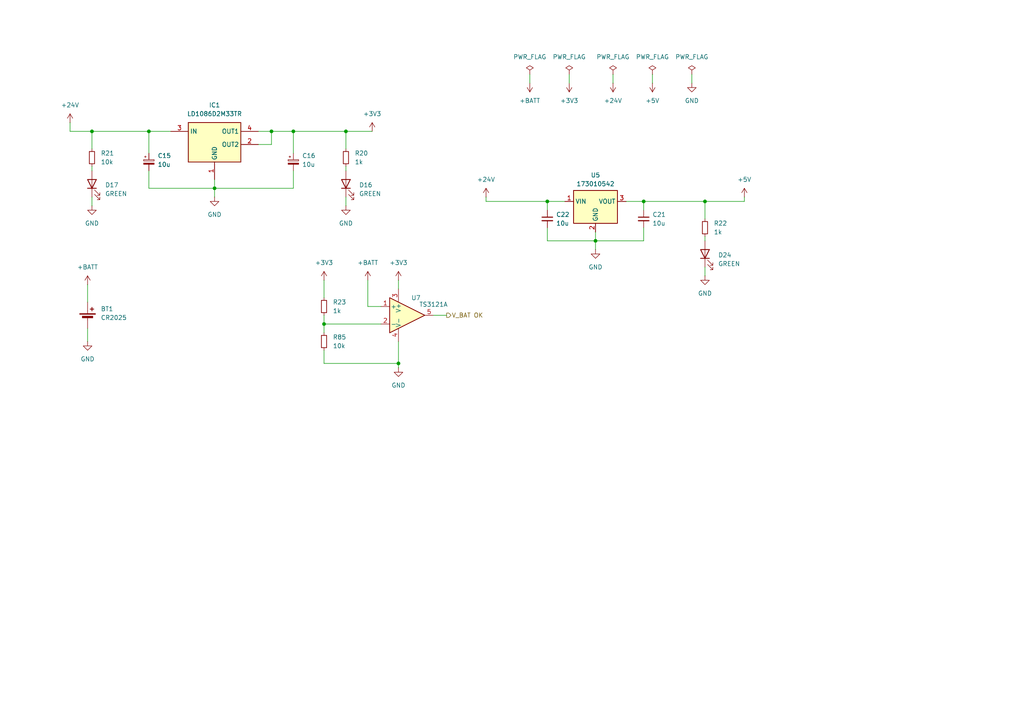
<source format=kicad_sch>
(kicad_sch (version 20231120) (generator "eeschema") (generator_version "8.0")
  (paper "A4")
  (lib_symbols
    (symbol "Device:Battery_Cell" (pin_numbers hide) (pin_names (offset 0) hide)
      (property "Reference" "BT" (at 2.54 2.54 0))
      (property "Value" "Battery_Cell" (at 2.54 0 0))
      (symbol "Battery_Cell_0_1"
        (rectangle (start -2.286 1.778) (end 2.286 1.524) (fill (type outline)))
        (rectangle (start -1.524 1.016) (end 1.524 0.508) (fill (type outline)))
        (polyline (pts (xy 0 0.762) (xy 0 0)))
        (polyline (pts (xy 0 1.778) (xy 0 2.54)))
        (polyline (pts (xy 0.762 3.048) (xy 1.778 3.048)) (stroke (width 0.254)))
        (polyline (pts (xy 1.27 3.556) (xy 1.27 2.54)) (stroke (width 0.254)))
      )
      (symbol "Battery_Cell_1_1"
        (pin passive line (at 0 5.08 270) (length 2.54) (name "+") (number "1"))
        (pin passive line (at 0 -2.54 90) (length 2.54) (name "-") (number "2"))
      )
    )
    (symbol "Device:C_Polarized_Small" (pin_numbers hide) (pin_names (offset 0.254) hide)
      (property "Reference" "C" (at 0.254 1.778 0))
      (property "Value" "C_Polarized_Small" (at 0.254 -2.032 0))
      (symbol "C_Polarized_Small_0_1"
        (rectangle (start -1.524 -0.3048) (end 1.524 -0.6858) (fill (type outline)))
        (rectangle (start -1.524 0.6858) (end 1.524 0.3048))
        (polyline (pts (xy -1.27 1.524) (xy -0.762 1.524)))
        (polyline (pts (xy -1.016 1.27) (xy -1.016 1.778)))
      )
      (symbol "C_Polarized_Small_1_1"
        (pin passive line (at 0 2.54 270) (length 1.8542) (name "~") (number "1"))
        (pin passive line (at 0 -2.54 90) (length 1.8542) (name "~") (number "2"))
      )
    )
    (symbol "Device:C_Small" (pin_numbers hide) (pin_names (offset 0.254) hide)
      (property "Reference" "C" (at 0.254 1.778 0))
      (property "Value" "C_Small" (at 0.254 -2.032 0))
      (symbol "C_Small_0_1"
        (polyline (pts (xy -1.524 -0.508) (xy 1.524 -0.508)) (stroke (width 0.3302)))
        (polyline (pts (xy -1.524 0.508) (xy 1.524 0.508)) (stroke (width 0.3048)))
      )
      (symbol "C_Small_1_1"
        (pin passive line (at 0 2.54 270) (length 2.032) (name "~") (number "1"))
        (pin passive line (at 0 -2.54 90) (length 2.032) (name "~") (number "2"))
      )
    )
    (symbol "Device:LED" (pin_numbers hide) (pin_names (offset 1.016) hide)
      (property "Reference" "D" (at 0 2.54 0))
      (property "Value" "LED" (at 0 -2.54 0))
      (symbol "LED_0_1"
        (polyline (pts (xy -1.27 -1.27) (xy -1.27 1.27)) (stroke (width 0.254)))
        (polyline (pts (xy -1.27 0) (xy 1.27 0)))
        (polyline (pts (xy 1.27 -1.27) (xy 1.27 1.27) (xy -1.27 0) (xy 1.27 -1.27)) (stroke (width 0.254)))
        (polyline (pts (xy -3.048 -0.762) (xy -4.572 -2.286) (xy -3.81 -2.286) (xy -4.572 -2.286) (xy -4.572 -1.524)))
        (polyline (pts (xy -1.778 -0.762) (xy -3.302 -2.286) (xy -2.54 -2.286) (xy -3.302 -2.286) (xy -3.302 -1.524)))
      )
      (symbol "LED_1_1"
        (pin passive line (at -3.81 0 0) (length 2.54) (name "K") (number "1"))
        (pin passive line (at 3.81 0 180) (length 2.54) (name "A") (number "2"))
      )
    )
    (symbol "Device:R_Small" (pin_numbers hide) (pin_names (offset 0.254) hide)
      (property "Reference" "R" (at 0.762 0.508 0))
      (property "Value" "R_Small" (at 0.762 -1.016 0))
      (symbol "R_Small_0_1"
        (rectangle (start -0.762 1.778) (end 0.762 -1.778) (stroke (width 0.2032)))
      )
      (symbol "R_Small_1_1"
        (pin passive line (at 0 2.54 270) (length 0.762) (name "~") (number "1"))
        (pin passive line (at 0 -2.54 90) (length 0.762) (name "~") (number "2"))
      )
    )
    (symbol "FaSTTUBe_Voltage_Regulators:173010542"
      (property "Reference" "U" (at -1.27 7.874 0))
      (property "Value" "173010542" (at -5.588 6.096 0))
      (symbol "173010542_0_1"
        (rectangle (start -6.35 4.445) (end 6.35 -5.08) (stroke (width 0.254)) (fill (type background)))
      )
      (symbol "173010542_1_1"
        (pin power_in line (at -8.89 1.27 0) (length 2.54) (name "VIN") (number "1"))
        (pin power_in line (at 0 -7.62 90) (length 2.54) (name "GND") (number "2"))
        (pin power_out line (at 8.89 1.27 180) (length 2.54) (name "VOUT") (number "3"))
      )
    )
    (symbol "GND_6" (power) (pin_numbers hide) (pin_names (offset 0) hide)
      (property "Value" "GND" (at 0 -3.81 0))
      (symbol "GND_6_0_1"
        (polyline (pts (xy 0 0) (xy 0 -1.27) (xy 1.27 -1.27) (xy 0 -2.54) (xy -1.27 -1.27) (xy 0 -1.27)))
      )
      (symbol "GND_6_1_1"
        (pin power_in line (at 0 0 270) (length 0) (name "~") (number "1"))
      )
    )
    (symbol "LD1086D2M33TR:LD1086D2M33TR"
      (property "Reference" "IC" (at 17.78 3.81 0))
      (property "Value" "LD1086D2M33TR" (at 11.43 1.27 0))
      (symbol "LD1086D2M33TR_1_1"
        (rectangle (start 11.43 -1.27) (end 26.67 -12.7) (stroke (width 0.254)) (fill (type background)))
        (pin passive line (at 19.05 -17.78 90) (length 5.08) (name "GND") (number "1"))
        (pin passive line (at 31.75 -7.62 180) (length 5.08) (name "OUT2") (number "2"))
        (pin passive line (at 6.35 -3.81 0) (length 5.08) (name "IN") (number "3"))
        (pin passive line (at 31.75 -3.81 180) (length 5.08) (name "OUT1") (number "4"))
      )
    )
    (symbol "Simulation_SPICE:OPAMP" (pin_names (offset 0.254))
      (property "Reference" "U" (at 3.81 3.175 0))
      (property "Value" "${SIM.PARAMS}" (at 3.81 -3.175 0))
      (symbol "OPAMP_0_1"
        (polyline (pts (xy 5.08 0) (xy -5.08 5.08) (xy -5.08 -5.08) (xy 5.08 0)) (stroke (width 0.254)) (fill (type background)))
      )
      (symbol "OPAMP_1_1"
        (pin input line (at -7.62 2.54 0) (length 2.54) (name "+") (number "1"))
        (pin input line (at -7.62 -2.54 0) (length 2.54) (name "-") (number "2"))
        (pin power_in line (at -2.54 7.62 270) (length 3.81) (name "V+") (number "3"))
        (pin power_in line (at -2.54 -7.62 90) (length 3.81) (name "V-") (number "4"))
        (pin output line (at 7.62 0 180) (length 2.54) (name "~") (number "5"))
      )
    )
    (symbol "power:+24V" (power) (pin_numbers hide) (pin_names (offset 0) hide)
      (property "Value" "+24V" (at 0 3.556 0))
      (symbol "+24V_0_1"
        (polyline (pts (xy -0.762 1.27) (xy 0 2.54)))
        (polyline (pts (xy 0 0) (xy 0 2.54)))
        (polyline (pts (xy 0 2.54) (xy 0.762 1.27)))
      )
      (symbol "+24V_1_1"
        (pin power_in line (at 0 0 90) (length 0) (name "~") (number "1"))
      )
    )
    (symbol "power:+3V3" (power) (pin_numbers hide) (pin_names (offset 0) hide)
      (property "Value" "+3V3" (at 0 3.556 0))
      (symbol "+3V3_0_1"
        (polyline (pts (xy -0.762 1.27) (xy 0 2.54)))
        (polyline (pts (xy 0 0) (xy 0 2.54)))
        (polyline (pts (xy 0 2.54) (xy 0.762 1.27)))
      )
      (symbol "+3V3_1_1"
        (pin power_in line (at 0 0 90) (length 0) (name "~") (number "1"))
      )
    )
    (symbol "power:+5V" (power) (pin_numbers hide) (pin_names (offset 0) hide)
      (property "Value" "+5V" (at 0 3.556 0))
      (symbol "+5V_0_1"
        (polyline (pts (xy -0.762 1.27) (xy 0 2.54)))
        (polyline (pts (xy 0 0) (xy 0 2.54)))
        (polyline (pts (xy 0 2.54) (xy 0.762 1.27)))
      )
      (symbol "+5V_1_1"
        (pin power_in line (at 0 0 90) (length 0) (name "~") (number "1"))
      )
    )
    (symbol "power:+BATT" (power) (pin_numbers hide) (pin_names (offset 0) hide)
      (property "Value" "+BATT" (at 0 3.556 0))
      (symbol "+BATT_0_1"
        (polyline (pts (xy -0.762 1.27) (xy 0 2.54)))
        (polyline (pts (xy 0 0) (xy 0 2.54)))
        (polyline (pts (xy 0 2.54) (xy 0.762 1.27)))
      )
      (symbol "+BATT_1_1"
        (pin power_in line (at 0 0 90) (length 0) (name "~") (number "1"))
      )
    )
    (symbol "power:GND" (power) (pin_numbers hide) (pin_names (offset 0) hide)
      (property "Value" "GND" (at 0 -3.81 0))
      (symbol "GND_0_1"
        (polyline (pts (xy 0 0) (xy 0 -1.27) (xy 1.27 -1.27) (xy 0 -2.54) (xy -1.27 -1.27) (xy 0 -1.27)))
      )
      (symbol "GND_1_1"
        (pin power_in line (at 0 0 270) (length 0) (name "~") (number "1"))
      )
    )
    (symbol "power:PWR_FLAG" (power) (pin_numbers hide) (pin_names (offset 0) hide)
      (property "Value" "PWR_FLAG" (at 0 3.81 0))
      (symbol "PWR_FLAG_0_0"
        (pin power_out line (at 0 0 90) (length 0) (name "~") (number "1"))
      )
      (symbol "PWR_FLAG_0_1"
        (polyline (pts (xy 0 0) (xy 0 1.27) (xy -1.016 1.905) (xy 0 2.54) (xy 1.016 1.905) (xy 0 1.27)))
      )
    )
  )
  (junction (at 93.98 93.98))
  (junction (at 85.09 38.1))
  (junction (at 43.18 38.1))
  (junction (at 158.75 58.42))
  (junction (at 172.72 69.85))
  (junction (at 78.74 38.1))
  (junction (at 100.33 38.1))
  (junction (at 186.69 58.42))
  (junction (at 62.23 54.61))
  (junction (at 115.57 105.41))
  (junction (at 26.67 38.1))
  (junction (at 204.47 58.42))
  (wire (pts (xy 215.9 58.42) (xy 204.47 58.42)))
  (wire (pts (xy 78.74 38.1) (xy 85.09 38.1)))
  (wire (pts (xy 26.67 38.1) (xy 43.18 38.1)))
  (wire (pts (xy 158.75 66.04) (xy 158.75 69.85)))
  (wire (pts (xy 125.73 91.44) (xy 129.54 91.44)))
  (wire (pts (xy 204.47 58.42) (xy 186.69 58.42)))
  (wire (pts (xy 158.75 69.85) (xy 172.72 69.85)))
  (wire (pts (xy 204.47 58.42) (xy 204.47 63.5)))
  (wire (pts (xy 78.74 41.91) (xy 78.74 38.1)))
  (wire (pts (xy 153.67 21.59) (xy 153.67 24.13)))
  (wire (pts (xy 93.98 105.41) (xy 115.57 105.41)))
  (wire (pts (xy 26.67 57.15) (xy 26.67 59.69)))
  (wire (pts (xy 200.66 21.59) (xy 200.66 24.13)))
  (wire (pts (xy 115.57 99.06) (xy 115.57 105.41)))
  (wire (pts (xy 177.8 21.59) (xy 177.8 24.13)))
  (wire (pts (xy 93.98 81.28) (xy 93.98 86.36)))
  (wire (pts (xy 158.75 58.42) (xy 163.83 58.42)))
  (wire (pts (xy 26.67 48.26) (xy 26.67 49.53)))
  (wire (pts (xy 158.75 60.96) (xy 158.75 58.42)))
  (wire (pts (xy 100.33 38.1) (xy 100.33 43.18)))
  (wire (pts (xy 93.98 91.44) (xy 93.98 93.98)))
  (wire (pts (xy 62.23 52.07) (xy 62.23 54.61)))
  (wire (pts (xy 181.61 58.42) (xy 186.69 58.42)))
  (wire (pts (xy 43.18 49.53) (xy 43.18 54.61)))
  (wire (pts (xy 115.57 81.28) (xy 115.57 83.82)))
  (wire (pts (xy 115.57 105.41) (xy 115.57 106.68)))
  (wire (pts (xy 74.93 38.1) (xy 78.74 38.1)))
  (wire (pts (xy 25.4 82.55) (xy 25.4 87.63)))
  (wire (pts (xy 74.93 41.91) (xy 78.74 41.91)))
  (wire (pts (xy 20.32 35.56) (xy 20.32 38.1)))
  (wire (pts (xy 100.33 57.15) (xy 100.33 59.69)))
  (wire (pts (xy 186.69 58.42) (xy 186.69 60.96)))
  (wire (pts (xy 158.75 58.42) (xy 140.97 58.42)))
  (wire (pts (xy 43.18 38.1) (xy 43.18 44.45)))
  (wire (pts (xy 85.09 44.45) (xy 85.09 38.1)))
  (wire (pts (xy 43.18 54.61) (xy 62.23 54.61)))
  (wire (pts (xy 43.18 38.1) (xy 49.53 38.1)))
  (wire (pts (xy 85.09 54.61) (xy 85.09 49.53)))
  (wire (pts (xy 106.68 81.28) (xy 106.68 88.9)))
  (wire (pts (xy 172.72 67.31) (xy 172.72 69.85)))
  (wire (pts (xy 25.4 95.25) (xy 25.4 99.06)))
  (wire (pts (xy 140.97 57.15) (xy 140.97 58.42)))
  (wire (pts (xy 204.47 77.47) (xy 204.47 80.01)))
  (wire (pts (xy 215.9 57.15) (xy 215.9 58.42)))
  (wire (pts (xy 62.23 54.61) (xy 62.23 57.15)))
  (wire (pts (xy 93.98 93.98) (xy 110.49 93.98)))
  (wire (pts (xy 93.98 93.98) (xy 93.98 96.52)))
  (wire (pts (xy 172.72 69.85) (xy 172.72 72.39)))
  (wire (pts (xy 100.33 48.26) (xy 100.33 49.53)))
  (wire (pts (xy 93.98 101.6) (xy 93.98 105.41)))
  (wire (pts (xy 165.1 21.59) (xy 165.1 24.13)))
  (wire (pts (xy 204.47 68.58) (xy 204.47 69.85)))
  (wire (pts (xy 85.09 38.1) (xy 100.33 38.1)))
  (wire (pts (xy 189.23 21.59) (xy 189.23 24.13)))
  (wire (pts (xy 26.67 38.1) (xy 26.67 43.18)))
  (wire (pts (xy 62.23 54.61) (xy 85.09 54.61)))
  (wire (pts (xy 100.33 38.1) (xy 107.95 38.1)))
  (wire (pts (xy 186.69 66.04) (xy 186.69 69.85)))
  (wire (pts (xy 186.69 69.85) (xy 172.72 69.85)))
  (wire (pts (xy 106.68 88.9) (xy 110.49 88.9)))
  (wire (pts (xy 20.32 38.1) (xy 26.67 38.1)))
  (hierarchical_label "V_BAT OK" (shape output) (at 129.54 91.44 0))
  (symbol (lib_id "power:+24V") (at 177.8 24.13 180) (unit 1)
    (property "Reference" "#PWR024" (effects (hide yes)))
    (property "Value" "+24V" (at 177.8 29.21 0))
    (property "Description" "Power symbol creates a global label with name \"+24V\"" (effects (hide yes)))
  )
  (symbol (lib_id "power:+3V3") (at 115.57 81.28 0) (unit 1)
    (property "Reference" "#PWR0189" (effects (hide yes)))
    (property "Value" "+3V3" (at 115.57 76.2 0))
    (property "Description" "Power symbol creates a global label with name \"+3V3\"" (effects (hide yes)))
  )
  (symbol (lib_id "power:GND") (at 62.23 57.15 0) (unit 1)
    (property "Reference" "#PWR020" (effects (hide yes)))
    (property "Value" "GND" (at 62.23 62.23 0))
    (property "Description" "Power symbol creates a global label with name \"GND\" , ground" (effects (hide yes)))
  )
  (symbol (lib_id "Device:C_Polarized_Small") (at 85.09 46.99 0) (unit 1)
    (property "Reference" "C16" (at 87.63 45.1738 0) (effects (justify left)))
    (property "Value" "10u" (at 87.63 47.7138 0) (effects (justify left)))
    (property "Footprint" "Capacitor_SMD:C_0603_1608Metric" (effects (hide yes)))
    (property "Description" "Polarized capacitor, small symbol" (effects (hide yes)))
  )
  (symbol (lib_id "power:PWR_FLAG") (at 153.67 21.59 0) (unit 1)
    (property "Reference" "#FLG04" (effects (hide yes)))
    (property "Value" "PWR_FLAG" (at 153.67 16.51 0))
    (property "Description" "Special symbol for telling ERC where power comes from" (effects (hide yes)))
  )
  (symbol (lib_id "Simulation_SPICE:OPAMP") (at 118.11 91.44 0) (unit 1)
    (property "Reference" "U7" (at 120.65 86.3914 0))
    (property "Value" "TS3121A" (at 125.73 88.2965 0))
    (property "Datasheet" "https://www.st.com/resource/en/datasheet/ts3121a.pdf" (effects (hide yes)))
  )
  (symbol (lib_id "power:PWR_FLAG") (at 189.23 21.59 0) (unit 1)
    (property "Reference" "#FLG05" (effects (hide yes)))
    (property "Value" "PWR_FLAG" (at 189.23 16.51 0))
    (property "Description" "Special symbol for telling ERC where power comes from" (effects (hide yes)))
  )
  (symbol (lib_id "power:+BATT") (at 106.68 81.28 0) (unit 1)
    (property "Reference" "#PWR0191" (effects (hide yes)))
    (property "Value" "+BATT" (at 106.68 76.2 0))
    (property "Description" "Power symbol creates a global label with name \"+BATT\"" (effects (hide yes)))
  )
  (symbol (lib_id "Device:R_Small") (at 26.67 45.72 0) (unit 1)
    (property "Reference" "R21" (at 29.21 44.4499 0) (effects (justify left)))
    (property "Value" "10k" (at 29.21 46.9899 0) (effects (justify left)))
    (property "Footprint" "Resistor_SMD:R_0603_1608Metric" (effects (hide yes)))
    (property "Description" "Resistor, small symbol" (effects (hide yes)))
  )
  (symbol (lib_id "Device:R_Small") (at 204.47 66.04 0) (unit 1)
    (property "Reference" "R22" (at 207.01 64.7699 0) (effects (justify left)))
    (property "Value" "1k" (at 207.01 67.3099 0) (effects (justify left)))
    (property "Footprint" "Resistor_SMD:R_0603_1608Metric" (effects (hide yes)))
    (property "Description" "Resistor, small symbol" (effects (hide yes)))
  )
  (symbol (lib_id "Device:C_Polarized_Small") (at 43.18 46.99 0) (unit 1)
    (property "Reference" "C15" (at 45.72 45.1738 0) (effects (justify left)))
    (property "Value" "10u" (at 45.72 47.7138 0) (effects (justify left)))
    (property "Footprint" "Capacitor_SMD:C_0603_1608Metric" (effects (hide yes)))
    (property "Description" "Polarized capacitor, small symbol" (effects (hide yes)))
  )
  (symbol (lib_id "Device:R_Small") (at 93.98 99.06 0) (unit 1)
    (property "Reference" "R85" (at 96.52 97.7899 0) (effects (justify left)))
    (property "Value" "10k" (at 96.52 100.3299 0) (effects (justify left)))
    (property "Description" "Resistor, small symbol" (effects (hide yes)))
  )
  (symbol (lib_id "power:+3V3") (at 165.1 24.13 180) (unit 1)
    (property "Reference" "#PWR023" (effects (hide yes)))
    (property "Value" "+3V3" (at 165.1 29.21 0))
    (property "Description" "Power symbol creates a global label with name \"+3V3\"" (effects (hide yes)))
  )
  (symbol (lib_id "power:+24V") (at 20.32 35.56 0) (unit 1)
    (property "Reference" "#PWR021" (effects (hide yes)))
    (property "Value" "+24V" (at 20.32 30.48 0))
    (property "Description" "Power symbol creates a global label with name \"+24V\"" (effects (hide yes)))
  )
  (symbol (lib_id "power:+3V3") (at 107.95 38.1 0) (unit 1)
    (property "Reference" "#PWR022" (effects (hide yes)))
    (property "Value" "+3V3" (at 107.95 33.02 0))
    (property "Description" "Power symbol creates a global label with name \"+3V3\"" (effects (hide yes)))
  )
  (symbol (lib_id "Device:R_Small") (at 100.33 45.72 0) (unit 1)
    (property "Reference" "R20" (at 102.87 44.4499 0) (effects (justify left)))
    (property "Value" "1k" (at 102.87 46.9899 0) (effects (justify left)))
    (property "Footprint" "Resistor_SMD:R_0603_1608Metric" (effects (hide yes)))
    (property "Description" "Resistor, small symbol" (effects (hide yes)))
  )
  (symbol (lib_id "power:GND") (at 25.4 99.06 0) (unit 1)
    (property "Reference" "#PWR043" (effects (hide yes)))
    (property "Value" "GND" (at 25.4 104.14 0))
    (property "Description" "Power symbol creates a global label with name \"GND\" , ground" (effects (hide yes)))
  )
  (symbol (lib_id "power:+5V") (at 215.9 57.15 0) (unit 1)
    (property "Reference" "#PWR055" (effects (hide yes)))
    (property "Value" "+5V" (at 215.9 52.07 0))
    (property "Description" "Power symbol creates a global label with name \"+5V\"" (effects (hide yes)))
  )
  (symbol (lib_id "Device:LED") (at 204.47 73.66 90) (unit 1)
    (property "Reference" "D24" (at 208.28 73.9774 90) (effects (justify right)))
    (property "Value" "GREEN" (at 208.28 76.5174 90) (effects (justify right)))
    (property "Footprint" "LED_SMD:LED_0603_1608Metric" (effects (hide yes)))
    (property "Datasheet" "https://www.we-online.com/components/products/datasheet/150060VS75000.pdf" (effects (hide yes)))
    (property "Description" "Light emitting diode" (effects (hide yes)))
  )
  (symbol (lib_id "power:PWR_FLAG") (at 165.1 21.59 0) (unit 1)
    (property "Reference" "#FLG01" (effects (hide yes)))
    (property "Value" "PWR_FLAG" (at 165.1 16.51 0))
    (property "Description" "Special symbol for telling ERC where power comes from" (effects (hide yes)))
  )
  (symbol (lib_id "Device:Battery_Cell") (at 25.4 92.71 0) (unit 1)
    (property "Reference" "BT1" (at 29.21 89.5984 0) (effects (justify left)))
    (property "Value" "CR2025" (at 29.21 92.1384 0) (effects (justify left)))
    (property "Description" "Single-cell battery" (effects (hide yes)))
  )
  (symbol (lib_name "GND_6") (lib_id "power:GND") (at 172.72 72.39 0) (unit 1)
    (property "Reference" "#PWR054" (effects (hide yes)))
    (property "Value" "GND" (at 172.72 77.47 0))
    (property "Description" "Power symbol creates a global label with name \"GND\" , ground" (effects (hide yes)))
  )
  (symbol (lib_id "Device:C_Small") (at 186.69 63.5 0) (unit 1)
    (property "Reference" "C21" (at 189.23 62.2362 0) (effects (justify left)))
    (property "Value" "10u" (at 189.23 64.7762 0) (effects (justify left)))
    (property "Footprint" "Capacitor_SMD:C_1210_3225Metric" (effects (hide yes)))
    (property "Description" "Unpolarized capacitor, small symbol" (effects (hide yes)))
  )
  (symbol (lib_id "Device:LED") (at 100.33 53.34 90) (unit 1)
    (property "Reference" "D16" (at 104.14 53.6574 90) (effects (justify right)))
    (property "Value" "GREEN" (at 104.14 56.1974 90) (effects (justify right)))
    (property "Footprint" "LED_SMD:LED_0603_1608Metric" (effects (hide yes)))
    (property "Datasheet" "https://www.we-online.com/components/products/datasheet/150060VS75000.pdf" (effects (hide yes)))
    (property "Description" "Light emitting diode" (effects (hide yes)))
  )
  (symbol (lib_id "power:+BATT") (at 25.4 82.55 0) (unit 1)
    (property "Reference" "#PWR044" (effects (hide yes)))
    (property "Value" "+BATT" (at 25.4 77.47 0))
    (property "Description" "Power symbol creates a global label with name \"+BATT\"" (effects (hide yes)))
  )
  (symbol (lib_id "power:+BATT") (at 153.67 24.13 180) (unit 1)
    (property "Reference" "#PWR045" (effects (hide yes)))
    (property "Value" "+BATT" (at 153.67 29.21 0))
    (property "Description" "Power symbol creates a global label with name \"+BATT\"" (effects (hide yes)))
  )
  (symbol (lib_id "LD1086D2M33TR:LD1086D2M33TR") (at 43.18 34.29 0) (unit 1)
    (property "Reference" "IC1" (at 62.23 30.48 0))
    (property "Value" "LD1086D2M33TR" (at 62.23 33.02 0))
    (property "Footprint" "LD1086D2M33TR:LD1086D2M33TR" (effects (hide yes)))
    (property "Datasheet" "http://www.st.com/web/en/resource/technical/document/datasheet/CD00001884.pdf" (effects (hide yes)))
    (property "Description" "LD1086D2M33TR,LDO Voltage regulator 3.3V" (effects (hide yes)))
    (property "Height" "4.6" (effects (hide yes)))
    (property "Mouser Part Number" "511-LD1086D2M33-TR" (effects (hide yes)))
    (property "Mouser Price/Stock" "https://www.mouser.co.uk/ProductDetail/STMicroelectronics/LD1086D2M33TR?qs=I99Cha7Up6QLBH2pissvdA%3D%3D" (effects (hide yes)))
    (property "Manufacturer_Name" "STMicroelectronics" (effects (hide yes)))
    (property "Manufacturer_Part_Number" "LD1086D2M33TR" (effects (hide yes)))
  )
  (symbol (lib_id "power:PWR_FLAG") (at 177.8 21.59 0) (unit 1)
    (property "Reference" "#FLG02" (effects (hide yes)))
    (property "Value" "PWR_FLAG" (at 177.8 16.51 0))
    (property "Description" "Special symbol for telling ERC where power comes from" (effects (hide yes)))
  )
  (symbol (lib_id "power:+3V3") (at 93.98 81.28 0) (unit 1)
    (property "Reference" "#PWR0192" (effects (hide yes)))
    (property "Value" "+3V3" (at 93.98 76.2 0))
    (property "Description" "Power symbol creates a global label with name \"+3V3\"" (effects (hide yes)))
  )
  (symbol (lib_name "GND_6") (lib_id "power:GND") (at 204.47 80.01 0) (unit 1)
    (property "Reference" "#PWR056" (effects (hide yes)))
    (property "Value" "GND" (at 204.47 85.09 0))
    (property "Description" "Power symbol creates a global label with name \"GND\" , ground" (effects (hide yes)))
  )
  (symbol (lib_id "Device:R_Small") (at 93.98 88.9 0) (unit 1)
    (property "Reference" "R23" (at 96.52 87.6299 0) (effects (justify left)))
    (property "Value" "1k" (at 96.52 90.1699 0) (effects (justify left)))
    (property "Description" "Resistor, small symbol" (effects (hide yes)))
  )
  (symbol (lib_id "FaSTTUBe_Voltage_Regulators:173010542") (at 172.72 59.69 0) (unit 1)
    (property "Reference" "U5" (at 172.72 50.8 0))
    (property "Value" "173010542" (at 172.72 53.34 0))
    (property "Footprint" "FaSTTUBe_Voltage_Regulators:MagI3C-FDSM-SIP-3" (effects (hide yes)))
    (property "Datasheet" "https://www.we-online.com/components/products/datasheet/173010342.pdf" (effects (hide yes)))
    (property "Description" "Current capability up to 1A, Input voltage range: 7 to 42V, Output voltage: 5V" (effects (hide yes)))
  )
  (symbol (lib_id "power:GND") (at 200.66 24.13 0) (unit 1)
    (property "Reference" "#PWR025" (effects (hide yes)))
    (property "Value" "GND" (at 200.66 29.21 0))
    (property "Description" "Power symbol creates a global label with name \"GND\" , ground" (effects (hide yes)))
  )
  (symbol (lib_id "power:+24V") (at 140.97 57.15 0) (unit 1)
    (property "Reference" "#PWR057" (effects (hide yes)))
    (property "Value" "+24V" (at 140.97 52.07 0))
    (property "Description" "Power symbol creates a global label with name \"+24V\"" (effects (hide yes)))
  )
  (symbol (lib_id "power:+5V") (at 189.23 24.13 180) (unit 1)
    (property "Reference" "#PWR058" (effects (hide yes)))
    (property "Value" "+5V" (at 189.23 29.21 0))
    (property "Description" "Power symbol creates a global label with name \"+5V\"" (effects (hide yes)))
  )
  (symbol (lib_id "Device:LED") (at 26.67 53.34 90) (unit 1)
    (property "Reference" "D17" (at 30.48 53.6574 90) (effects (justify right)))
    (property "Value" "GREEN" (at 30.48 56.1974 90) (effects (justify right)))
    (property "Footprint" "LED_SMD:LED_0603_1608Metric" (effects (hide yes)))
    (property "Datasheet" "https://www.we-online.com/components/products/datasheet/150060VS75000.pdf" (effects (hide yes)))
    (property "Description" "Light emitting diode" (effects (hide yes)))
  )
  (symbol (lib_id "power:PWR_FLAG") (at 200.66 21.59 0) (unit 1)
    (property "Reference" "#FLG03" (effects (hide yes)))
    (property "Value" "PWR_FLAG" (at 200.66 16.51 0))
    (property "Description" "Special symbol for telling ERC where power comes from" (effects (hide yes)))
  )
  (symbol (lib_name "GND_6") (lib_id "power:GND") (at 26.67 59.69 0) (unit 1)
    (property "Reference" "#PWR048" (effects (hide yes)))
    (property "Value" "GND" (at 26.67 64.77 0))
    (property "Description" "Power symbol creates a global label with name \"GND\" , ground" (effects (hide yes)))
  )
  (symbol (lib_name "GND_6") (lib_id "power:GND") (at 115.57 106.68 0) (unit 1)
    (property "Reference" "#PWR0190" (effects (hide yes)))
    (property "Value" "GND" (at 115.57 111.76 0))
    (property "Description" "Power symbol creates a global label with name \"GND\" , ground" (effects (hide yes)))
  )
  (symbol (lib_name "GND_6") (lib_id "power:GND") (at 100.33 59.69 0) (unit 1)
    (property "Reference" "#PWR047" (effects (hide yes)))
    (property "Value" "GND" (at 100.33 64.77 0))
    (property "Description" "Power symbol creates a global label with name \"GND\" , ground" (effects (hide yes)))
  )
  (symbol (lib_id "Device:C_Small") (at 158.75 63.5 0) (unit 1)
    (property "Reference" "C22" (at 161.29 62.2362 0) (effects (justify left)))
    (property "Value" "10u" (at 161.29 64.7762 0) (effects (justify left)))
    (property "Footprint" "Capacitor_SMD:C_1210_3225Metric" (effects (hide yes)))
    (property "Description" "Unpolarized capacitor, small symbol" (effects (hide yes)))
  )
)
</source>
